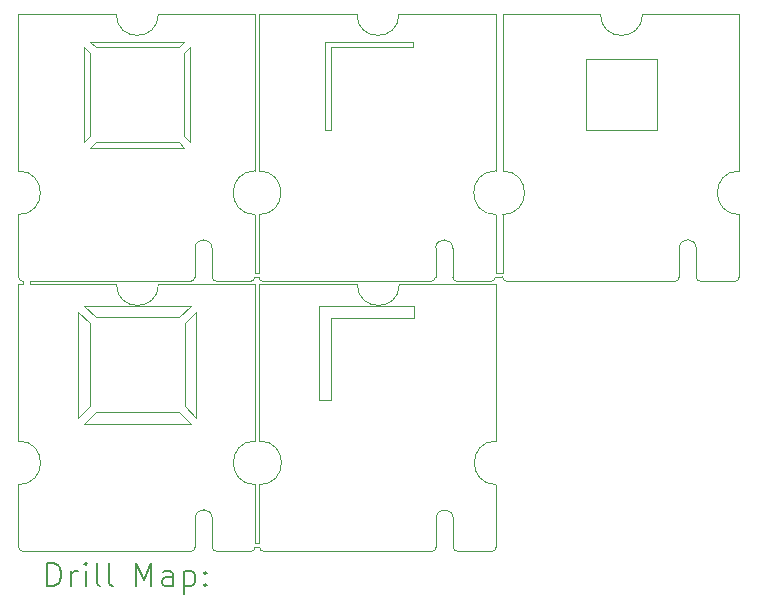
<source format=gbr>
%TF.GenerationSoftware,KiCad,Pcbnew,(7.0.0)*%
%TF.CreationDate,2023-03-30T16:57:02-05:00*%
%TF.ProjectId,Cookie_Mantis_Stencil,436f6f6b-6965-45f4-9d61-6e7469735f53,rev?*%
%TF.SameCoordinates,Original*%
%TF.FileFunction,Drillmap*%
%TF.FilePolarity,Positive*%
%FSLAX45Y45*%
G04 Gerber Fmt 4.5, Leading zero omitted, Abs format (unit mm)*
G04 Created by KiCad (PCBNEW (7.0.0)) date 2023-03-30 16:57:02*
%MOMM*%
%LPD*%
G01*
G04 APERTURE LIST*
%ADD10C,0.050000*%
%ADD11C,0.100000*%
%ADD12C,0.200000*%
G04 APERTURE END LIST*
D10*
X7328960Y-3510600D02*
G75*
G03*
X7367060Y-3472500I0J38100D01*
G01*
X2942330Y-3510520D02*
X3229604Y-3510520D01*
X2722960Y-5796600D02*
G75*
G03*
X2761060Y-5758500I0J38100D01*
G01*
X3300500Y-3472500D02*
G75*
G03*
X3338600Y-3510600I38090J-10D01*
G01*
X3305000Y-3536500D02*
X4134056Y-3536500D01*
X3229604Y-3510514D02*
G75*
G03*
X3267704Y-3472420I6J38094D01*
G01*
X3269060Y-4861080D02*
X3269060Y-3536000D01*
D11*
X2721356Y-4716178D02*
X1821356Y-4716178D01*
X1921356Y-4616178D01*
X2621356Y-4616178D01*
X2721356Y-4716178D01*
D10*
X5363000Y-1250000D02*
X6192056Y-1250000D01*
X3300500Y-3472500D02*
X3267704Y-3472420D01*
X3305000Y-5725980D02*
X3269500Y-5726000D01*
X1265000Y-5725480D02*
X1265000Y-5231080D01*
X4941086Y-3230946D02*
X4941086Y-3472500D01*
X4945590Y-5759000D02*
G75*
G03*
X4983686Y-5797100I38100J0D01*
G01*
X4758460Y-3510600D02*
X4491760Y-3510600D01*
X1265000Y-3536000D02*
X1302000Y-3536000D01*
X6820960Y-3510600D02*
X6554260Y-3510600D01*
X4489656Y-3536500D02*
X5309060Y-3536500D01*
X5363000Y-2575080D02*
X5363000Y-1250000D01*
X3300500Y-3439480D02*
X3268000Y-3439000D01*
X3301856Y-2945085D02*
G75*
G03*
X3301856Y-2575075I0J185005D01*
G01*
D11*
X6069356Y-1630080D02*
X6669356Y-1630080D01*
X6669356Y-1630080D02*
X6669356Y-2230080D01*
X6669356Y-2230080D02*
X6069356Y-2230080D01*
X6069356Y-2230080D02*
X6069356Y-1630080D01*
D10*
X4941090Y-3472500D02*
G75*
G03*
X4979186Y-3510600I38100J0D01*
G01*
X3267704Y-2574960D02*
G75*
G03*
X3267704Y-2945000I0J-185020D01*
G01*
X2904230Y-3472420D02*
G75*
G03*
X2942330Y-3510520I38100J0D01*
G01*
D11*
X1871356Y-3866178D02*
X1871356Y-4566178D01*
X1771356Y-4666178D01*
X1771356Y-3766178D01*
X1871356Y-3866178D01*
D10*
X2904230Y-3230866D02*
X2904230Y-3472420D01*
X7003586Y-3230946D02*
X7003586Y-3472500D01*
X2094056Y-3536000D02*
G75*
G03*
X2449656Y-3536000I177800J0D01*
G01*
X3305000Y-5759000D02*
G75*
G03*
X3343100Y-5797100I38090J-10D01*
G01*
X4496260Y-5797100D02*
X3404060Y-5797100D01*
X5401100Y-3510600D02*
X5462060Y-3510600D01*
X2721604Y-3510520D02*
X2454904Y-3510520D01*
X1263644Y-1249920D02*
X2092700Y-1249920D01*
D11*
X4606856Y-1530080D02*
X3906856Y-1530080D01*
X3906856Y-2230080D01*
X3856856Y-2230080D01*
X3856856Y-1480080D01*
X4606856Y-1480080D01*
X4606856Y-1530080D01*
X2670000Y-2380000D02*
X1870000Y-2380000D01*
X1920000Y-2330000D01*
X2620000Y-2330000D01*
X2670000Y-2380000D01*
X4611356Y-3816580D02*
X3911356Y-3816580D01*
X3911356Y-4516580D01*
X3811356Y-4516580D01*
X3811356Y-3716580D01*
X4611356Y-3716580D01*
X4611356Y-3816580D01*
D10*
X2721604Y-3510514D02*
G75*
G03*
X2759704Y-3472420I6J38094D01*
G01*
D11*
X2620000Y-1530000D02*
X1920000Y-1530000D01*
X1870000Y-1480000D01*
X2670000Y-1480000D01*
X2620000Y-1530000D01*
D10*
X2904230Y-3230866D02*
G75*
G03*
X2759647Y-3225536I-72390J-4D01*
G01*
X7367060Y-3472500D02*
X7367060Y-2945080D01*
X7003594Y-3230946D02*
G75*
G03*
X6859003Y-3225616I-72394J-4D01*
G01*
X1263650Y-3472420D02*
G75*
G03*
X1301744Y-3510520I38090J-10D01*
G01*
X2456260Y-5796600D02*
X1364060Y-5796600D01*
X4945586Y-5517446D02*
X4945586Y-5759000D01*
X6192056Y-1250000D02*
G75*
G03*
X6547656Y-1250000I177800J0D01*
G01*
X6547656Y-1250000D02*
X7367060Y-1250000D01*
X2761003Y-5511616D02*
X2761060Y-5758500D01*
X5309060Y-4861580D02*
X5309060Y-3536500D01*
X6859002Y-3225616D02*
X6859060Y-3472500D01*
X4762960Y-5797100D02*
X4496260Y-5797100D01*
X4941094Y-3230946D02*
G75*
G03*
X4796503Y-3225616I-72394J-4D01*
G01*
X2759647Y-3225536D02*
X2759704Y-3472420D01*
X4758460Y-3510600D02*
G75*
G03*
X4796560Y-3472500I0J38100D01*
G01*
X5304560Y-2575080D02*
X5304560Y-1250000D01*
X1265000Y-5725480D02*
X1265000Y-5758500D01*
X4801003Y-5512116D02*
X4801060Y-5759000D01*
X5309060Y-4861540D02*
G75*
G03*
X5309060Y-5231580I0J-185020D01*
G01*
D11*
X2771356Y-4666178D02*
X2671356Y-4566178D01*
X2671356Y-3866178D01*
X2771356Y-3766178D01*
X2771356Y-4666178D01*
D10*
X2449656Y-3536000D02*
X3269060Y-3536000D01*
X4762960Y-5797100D02*
G75*
G03*
X4801060Y-5759000I0J38100D01*
G01*
X5304560Y-2575040D02*
G75*
G03*
X5304560Y-2945080I0J-185020D01*
G01*
X2448300Y-1249920D02*
X3267704Y-1249920D01*
X4945594Y-5517446D02*
G75*
G03*
X4801003Y-5512116I-72394J-4D01*
G01*
X3305000Y-5759000D02*
X3269060Y-5758500D01*
X4983686Y-5797100D02*
X5270960Y-5797100D01*
X2454904Y-3510520D02*
X1362704Y-3510520D01*
X7003590Y-3472500D02*
G75*
G03*
X7041686Y-3510600I38100J0D01*
G01*
X1265000Y-4861080D02*
X1265000Y-3536000D01*
X2092700Y-1249920D02*
G75*
G03*
X2448300Y-1249920I177800J0D01*
G01*
X5364356Y-2945085D02*
G75*
G03*
X5364356Y-2575075I0J185005D01*
G01*
X4129556Y-1250000D02*
G75*
G03*
X4485156Y-1250000I177800J0D01*
G01*
X4796503Y-3225616D02*
X4796560Y-3472500D01*
D11*
X2621356Y-3816178D02*
X1921356Y-3816178D01*
X1821356Y-3716178D01*
X2721356Y-3716178D01*
X2621356Y-3816178D01*
D10*
X7041686Y-3510600D02*
X7328960Y-3510600D01*
X1301744Y-3510520D02*
X1302000Y-3536000D01*
X5270960Y-5797100D02*
G75*
G03*
X5309060Y-5759000I0J38100D01*
G01*
D11*
X2720000Y-2330000D02*
X2670000Y-2280000D01*
X2670000Y-1580000D01*
X2720000Y-1530000D01*
X2720000Y-2330000D01*
D10*
X2905580Y-5758500D02*
G75*
G03*
X2943686Y-5796600I38100J0D01*
G01*
X3268000Y-3439000D02*
X3267704Y-2945000D01*
X5309060Y-5759000D02*
X5309060Y-5231580D01*
X5304500Y-3439000D02*
X5304560Y-2945080D01*
X7367060Y-2575040D02*
G75*
G03*
X7367060Y-2945080I0J-185020D01*
G01*
X3300500Y-2575080D02*
X3300500Y-1250000D01*
X1263644Y-3439400D02*
X1263644Y-3472420D01*
X1303100Y-5796600D02*
X1364060Y-5796600D01*
X2722960Y-5796600D02*
X2456260Y-5796600D01*
X2905586Y-5516946D02*
X2905586Y-5758500D01*
X3267704Y-2575000D02*
X3267704Y-1249920D01*
D11*
X1870000Y-1580000D02*
X1870000Y-2280000D01*
X1820000Y-2330000D01*
X1820000Y-1530000D01*
X1870000Y-1580000D01*
D10*
X5266460Y-3510600D02*
G75*
G03*
X5304560Y-3472500I0J38100D01*
G01*
X5363000Y-3472500D02*
G75*
G03*
X5401100Y-3510600I38090J-10D01*
G01*
X3300500Y-3439480D02*
X3300500Y-2945080D01*
X3306356Y-5231585D02*
G75*
G03*
X3306356Y-4861575I0J185005D01*
G01*
X4134056Y-3536500D02*
G75*
G03*
X4489656Y-3536500I177800J0D01*
G01*
X7367060Y-2575080D02*
X7367060Y-1250000D01*
X1265000Y-2945005D02*
G75*
G03*
X1265000Y-2574995I0J185005D01*
G01*
X1266356Y-5231085D02*
G75*
G03*
X1266356Y-4861075I0J185005D01*
G01*
X3269060Y-4861040D02*
G75*
G03*
X3269060Y-5231080I0J-185020D01*
G01*
X5363000Y-3439480D02*
X5304500Y-3439000D01*
X1265000Y-5758500D02*
G75*
G03*
X1303100Y-5796600I38090J-10D01*
G01*
X1363500Y-3535500D02*
X2094056Y-3536000D01*
X2905586Y-5516946D02*
G75*
G03*
X2761003Y-5511616I-72390J-2D01*
G01*
X3305000Y-4861580D02*
X3305000Y-3536500D01*
X3343100Y-5797100D02*
X3404060Y-5797100D01*
X3305000Y-5725980D02*
X3305000Y-5231580D01*
X3338600Y-3510600D02*
X3399560Y-3510600D01*
X4979186Y-3510600D02*
X5266460Y-3510600D01*
X4491760Y-3510600D02*
X3399560Y-3510600D01*
X2943686Y-5796600D02*
X3230960Y-5796600D01*
X3300500Y-1250000D02*
X4129556Y-1250000D01*
X3230960Y-5796600D02*
G75*
G03*
X3269060Y-5758500I0J38100D01*
G01*
X1263644Y-3439400D02*
X1263644Y-2945000D01*
X6554260Y-3510600D02*
X5462060Y-3510600D01*
X6820960Y-3510600D02*
G75*
G03*
X6859060Y-3472500I0J38100D01*
G01*
X3269500Y-5726000D02*
X3269060Y-5231080D01*
X5362750Y-3472740D02*
X5304560Y-3472500D01*
X1263644Y-2575000D02*
X1263644Y-1249920D01*
X4485156Y-1250000D02*
X5304560Y-1250000D01*
X1362704Y-3510520D02*
X1363500Y-3535500D01*
X5363000Y-3439480D02*
X5363000Y-2945080D01*
D12*
X1508763Y-6093076D02*
X1508763Y-5893076D01*
X1508763Y-5893076D02*
X1556382Y-5893076D01*
X1556382Y-5893076D02*
X1584953Y-5902600D01*
X1584953Y-5902600D02*
X1604001Y-5921648D01*
X1604001Y-5921648D02*
X1613525Y-5940695D01*
X1613525Y-5940695D02*
X1623049Y-5978790D01*
X1623049Y-5978790D02*
X1623049Y-6007362D01*
X1623049Y-6007362D02*
X1613525Y-6045457D01*
X1613525Y-6045457D02*
X1604001Y-6064505D01*
X1604001Y-6064505D02*
X1584953Y-6083552D01*
X1584953Y-6083552D02*
X1556382Y-6093076D01*
X1556382Y-6093076D02*
X1508763Y-6093076D01*
X1708763Y-6093076D02*
X1708763Y-5959743D01*
X1708763Y-5997838D02*
X1718287Y-5978790D01*
X1718287Y-5978790D02*
X1727811Y-5969267D01*
X1727811Y-5969267D02*
X1746858Y-5959743D01*
X1746858Y-5959743D02*
X1765906Y-5959743D01*
X1832572Y-6093076D02*
X1832572Y-5959743D01*
X1832572Y-5893076D02*
X1823049Y-5902600D01*
X1823049Y-5902600D02*
X1832572Y-5912124D01*
X1832572Y-5912124D02*
X1842096Y-5902600D01*
X1842096Y-5902600D02*
X1832572Y-5893076D01*
X1832572Y-5893076D02*
X1832572Y-5912124D01*
X1956382Y-6093076D02*
X1937334Y-6083552D01*
X1937334Y-6083552D02*
X1927811Y-6064505D01*
X1927811Y-6064505D02*
X1927811Y-5893076D01*
X2061144Y-6093076D02*
X2042096Y-6083552D01*
X2042096Y-6083552D02*
X2032572Y-6064505D01*
X2032572Y-6064505D02*
X2032572Y-5893076D01*
X2257334Y-6093076D02*
X2257334Y-5893076D01*
X2257334Y-5893076D02*
X2324001Y-6035933D01*
X2324001Y-6035933D02*
X2390668Y-5893076D01*
X2390668Y-5893076D02*
X2390668Y-6093076D01*
X2571620Y-6093076D02*
X2571620Y-5988314D01*
X2571620Y-5988314D02*
X2562096Y-5969267D01*
X2562096Y-5969267D02*
X2543049Y-5959743D01*
X2543049Y-5959743D02*
X2504953Y-5959743D01*
X2504953Y-5959743D02*
X2485906Y-5969267D01*
X2571620Y-6083552D02*
X2552573Y-6093076D01*
X2552573Y-6093076D02*
X2504953Y-6093076D01*
X2504953Y-6093076D02*
X2485906Y-6083552D01*
X2485906Y-6083552D02*
X2476382Y-6064505D01*
X2476382Y-6064505D02*
X2476382Y-6045457D01*
X2476382Y-6045457D02*
X2485906Y-6026409D01*
X2485906Y-6026409D02*
X2504953Y-6016886D01*
X2504953Y-6016886D02*
X2552573Y-6016886D01*
X2552573Y-6016886D02*
X2571620Y-6007362D01*
X2666858Y-5959743D02*
X2666858Y-6159743D01*
X2666858Y-5969267D02*
X2685906Y-5959743D01*
X2685906Y-5959743D02*
X2724001Y-5959743D01*
X2724001Y-5959743D02*
X2743049Y-5969267D01*
X2743049Y-5969267D02*
X2752573Y-5978790D01*
X2752573Y-5978790D02*
X2762096Y-5997838D01*
X2762096Y-5997838D02*
X2762096Y-6054981D01*
X2762096Y-6054981D02*
X2752573Y-6074028D01*
X2752573Y-6074028D02*
X2743049Y-6083552D01*
X2743049Y-6083552D02*
X2724001Y-6093076D01*
X2724001Y-6093076D02*
X2685906Y-6093076D01*
X2685906Y-6093076D02*
X2666858Y-6083552D01*
X2847811Y-6074028D02*
X2857334Y-6083552D01*
X2857334Y-6083552D02*
X2847811Y-6093076D01*
X2847811Y-6093076D02*
X2838287Y-6083552D01*
X2838287Y-6083552D02*
X2847811Y-6074028D01*
X2847811Y-6074028D02*
X2847811Y-6093076D01*
X2847811Y-5969267D02*
X2857334Y-5978790D01*
X2857334Y-5978790D02*
X2847811Y-5988314D01*
X2847811Y-5988314D02*
X2838287Y-5978790D01*
X2838287Y-5978790D02*
X2847811Y-5969267D01*
X2847811Y-5969267D02*
X2847811Y-5988314D01*
M02*

</source>
